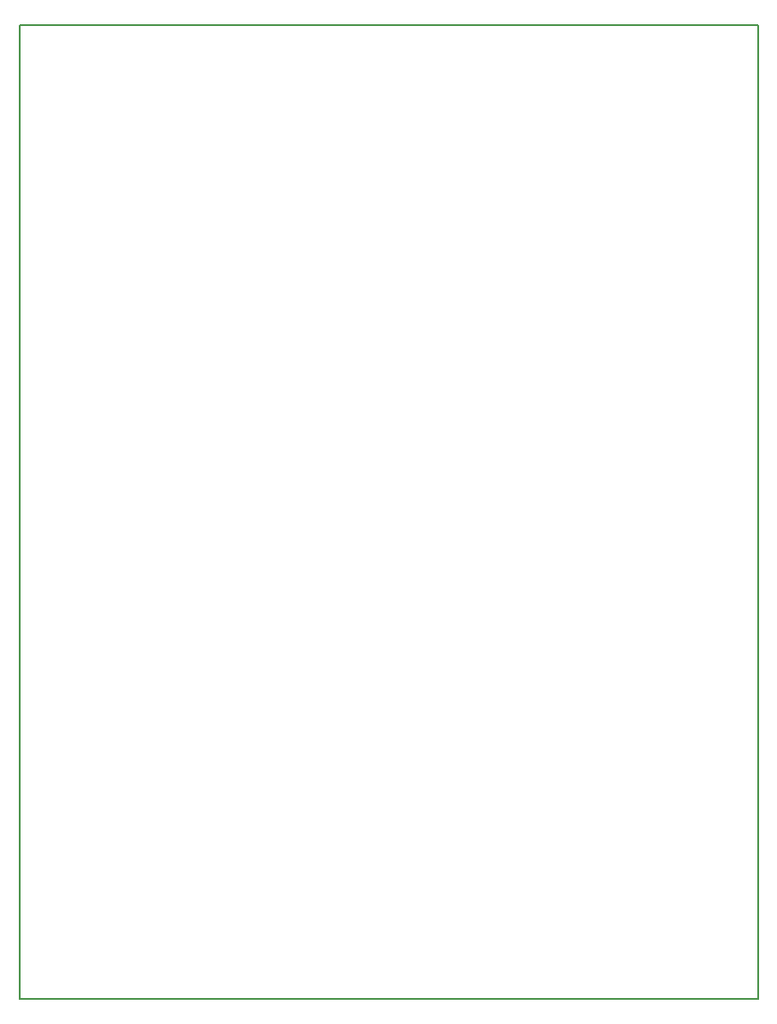
<source format=gm1>
G04 MADE WITH FRITZING*
G04 WWW.FRITZING.ORG*
G04 DOUBLE SIDED*
G04 HOLES PLATED*
G04 CONTOUR ON CENTER OF CONTOUR VECTOR*
%ASAXBY*%
%FSLAX23Y23*%
%MOIN*%
%OFA0B0*%
%SFA1.0B1.0*%
%ADD10R,2.754120X3.626930*%
%ADD11C,0.008000*%
%ADD10C,0.008*%
%LNCONTOUR*%
G90*
G70*
G54D10*
G54D11*
X4Y3623D02*
X2750Y3623D01*
X2750Y4D01*
X4Y4D01*
X4Y3623D01*
D02*
G04 End of contour*
M02*
</source>
